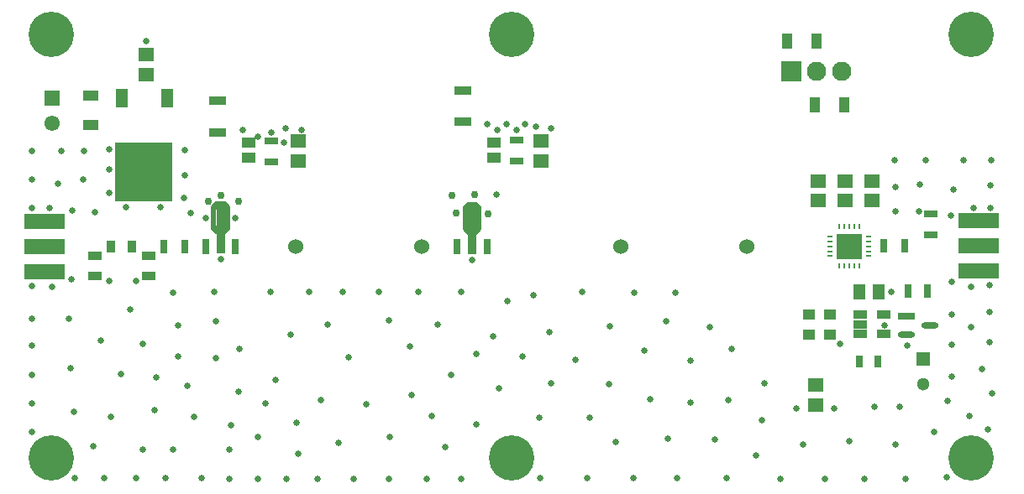
<source format=gts>
%FSLAX33Y33*%
%MOMM*%
%AMRect-W1050000-H1600000-RO1.500*
21,1,1.05,1.6,0.,0.,90*%
%AMRect-W4059999-H1520000-RO1.000*
21,1,4.059999,1.52,0.,0.,180*%
%AMRect-W891421-H1741421-RO0.500*
21,1,0.891421,1.741421,0.,0.,270*%
%AMRect-W800000-H1320710-RO0.500*
21,1,0.8,1.32071,0.,0.,270*%
%AMRect-W711200-H711200-RO0.250*
21,1,0.7112,0.7112,0.,0.,315*%
%AMRect-W1300000-H1300000-RO0.500*
21,1,1.3,1.3,0.,0.,270*%
%AMRect-W900000-H1200000-RO1.000*
21,1,0.9,1.2,0.,0.,180*%
%AMRect-W1300000-H1600000-RO0.500*
21,1,1.3,1.6,0.,0.,270*%
%AMRect-W1300000-H1600000-RO1.500*
21,1,1.3,1.6,0.,0.,90*%
%AMRect-W670710-H1320710-RO1.000*
21,1,0.67071,1.32071,0.,0.,180*%
%AMRect-W950000-H1350000-RO0.500*
21,1,0.95,1.35,0.,0.,270*%
%AMRect-W670710-H1320710-RO0.500*
21,1,0.67071,1.32071,0.,0.,270*%
%AMRect-W1050000-H1600000-RO1.000*
21,1,1.05,1.6,0.,0.,180*%
%AMRR-H240710-W520710-R120355-RO0.000*
21,1,0.28,0.24071,0.,0.,360*
1,1,0.24071,-0.14,0.*
1,1,0.24071,0.14,0.*
1,1,0.24071,0.14,-0.*
1,1,0.24071,-0.14,0.*%
%AMRR-H520710-W240710-R120355-RO0.000*
21,1,0.24071,0.28,0.,0.,360*
1,1,0.24071,0.,0.14*
1,1,0.24071,0.,0.14*
1,1,0.24071,0.,-0.14*
1,1,0.24071,-0.,-0.14*%
%AMRect-W670710-H1320710-RO1.500*
21,1,0.67071,1.32071,0.,0.,90*%
%AMRect-W5703199-H5903199-RO1.000*
21,1,5.703199,5.903199,0.,0.,180*%
%AMRect-W1203201-H1803199-RO1.000*
21,1,1.203201,1.803199,0.,0.,180*%
%AMRect-W1000000-H1250000-RO1.500*
21,1,1.,1.25,0.,0.,90*%
%AMRect-W853201-H1303200-RO1.500*
21,1,0.853201,1.3032,0.,0.,90*%
%AMRect-W1950000-H1950000-RO0.500*
21,1,1.95,1.95,0.,0.,270*%
%AMRect-W700000-H1300000-RO1.000*
21,1,0.7,1.3,0.,0.,180*%
%AMRR-H637228-W1771339-R318614-RO0.000*
21,1,1.134111,0.637228,0.,0.,360*
1,1,0.637228,-0.5670555,0.*
1,1,0.637228,0.5670555,0.*
1,1,0.637228,0.5670555,-0.*
1,1,0.637228,-0.5670555,0.*%
%ADD10C,0.635*%
%ADD11C,4.572*%
%ADD12C,0.762*%
%ADD13Rect-W1050000-H1600000-RO1.500*%
%ADD14Rect-W4059999-H1520000-RO1.000*%
%ADD15R,1.55X1.55*%
%ADD16C,1.55*%
%ADD17Rect-W891421-H1741421-RO0.500*%
%ADD18Rect-W800000-H1320710-RO0.500*%
%ADD19R,0.508X2.4384*%
%ADD20R,0.914399X5.334*%
%ADD21R,0.7112X1.4986*%
%ADD22Rect-W711200-H711200-RO0.250*%
%ADD23C,1.3*%
%ADD24Rect-W1300000-H1300000-RO0.500*%
%ADD25Rect-W900000-H1200000-RO1.000*%
%ADD26Rect-W1300000-H1600000-RO0.500*%
%ADD27Rect-W1300000-H1600000-RO1.500*%
%ADD28Rect-W670710-H1320710-RO1.000*%
%ADD29Rect-W950000-H1350000-RO0.500*%
%ADD30Rect-W670710-H1320710-RO0.500*%
%ADD31C,1.524*%
%ADD32Rect-W1050000-H1600000-RO1.000*%
%ADD33R,1.3X1.6*%
%ADD34R,0.52071X0.24071*%
%ADD35R,2.5X2.5*%
%ADD36RR-H240710-W520710-R120355-RO0.000*%
%ADD37RR-H520710-W240710-R120355-RO0.000*%
%ADD38R,1.05X1.6*%
%ADD39Rect-W670710-H1320710-RO1.500*%
%ADD40Rect-W5703199-H5903199-RO1.000*%
%ADD41Rect-W1203201-H1803199-RO1.000*%
%ADD42Rect-W1000000-H1250000-RO1.500*%
%ADD43Rect-W853201-H1303200-RO1.500*%
%ADD44R,0.7X1.3*%
%ADD45R,4.059999X1.52*%
%ADD46C,1.95*%
%ADD47Rect-W1950000-H1950000-RO0.500*%
%ADD48Rect-W700000-H1300000-RO1.000*%
%ADD49R,1.771339X0.637228*%
%ADD50RR-H637228-W1771339-R318614-RO0.000*%
D10*
%LNtop solder mask_traces*%
G01*
X82660Y24130D03*
X69475Y16325D03*
X19750Y16925D03*
X4950Y17125D03*
X6450Y34100D03*
X88650Y8250D03*
X19750Y13125D03*
X47065Y36802D03*
D11*
X3125Y3125D03*
D10*
X93400Y1150D03*
X83910Y24760D03*
X42050Y16550D03*
X8975Y34200D03*
X8125Y14950D03*
X93850Y27550D03*
X17550Y7275D03*
X66075Y19725D03*
X9150Y7200D03*
X52350Y7150D03*
X14143Y28375D03*
X16575Y34150D03*
X14650Y1050D03*
X46000Y13600D03*
X78925Y4400D03*
X18713Y27333D03*
X82675Y14600D03*
X33125Y13250D03*
X22000Y9800D03*
X15450Y3950D03*
X24750Y8600D03*
X96925Y12050D03*
X12325Y3950D03*
D12*
X20257Y29600D03*
D10*
X18250Y1050D03*
D11*
X49500Y45875D03*
D10*
X84510Y23530D03*
X85075Y1000D03*
X44475Y0950D03*
X1200Y5675D03*
X97525Y5950D03*
X1175Y28325D03*
X43450Y11475D03*
X25750Y10950D03*
X83260Y23530D03*
X93475Y8850D03*
X12675Y45200D03*
X60050Y4675D03*
X51725Y19475D03*
X5250Y28075D03*
D12*
X45800Y29650D03*
D10*
X2925Y28325D03*
X1200Y8625D03*
X40125Y19875D03*
X26775Y36325D03*
X1200Y11425D03*
X87775Y19825D03*
X97750Y30600D03*
D11*
X95875Y3125D03*
D10*
X83525Y4750D03*
X74125Y3325D03*
X20257Y23150D03*
X71675Y14075D03*
X61800Y1075D03*
X93925Y11275D03*
X19525Y19850D03*
X57150Y1075D03*
X39325Y14350D03*
X10150Y11550D03*
X83910Y25360D03*
X21250Y6350D03*
X82660Y24760D03*
X89275Y1000D03*
X10650Y28375D03*
X40950Y0950D03*
X32075Y4650D03*
X90575Y27975D03*
X4150Y34100D03*
X62925Y13950D03*
X47675Y15400D03*
X97875Y33100D03*
X87100Y16475D03*
X91275Y33150D03*
X97725Y17800D03*
X97725Y14800D03*
X49000Y36802D03*
X63475Y9050D03*
D12*
X47175Y27725D03*
D11*
X49500Y3125D03*
D10*
X83910Y23530D03*
X82050Y8075D03*
X75000Y10600D03*
X21710Y27333D03*
X71400Y8950D03*
X3775Y30800D03*
X16575Y31650D03*
X32525Y19875D03*
X16475Y29300D03*
X70000Y4950D03*
X29150Y19875D03*
X90650Y30725D03*
X11675Y20950D03*
X13725Y11250D03*
X82660Y23530D03*
X67550Y12875D03*
X95650Y7350D03*
X59350Y10525D03*
X36125Y19875D03*
X84510Y24130D03*
X11075Y18075D03*
X41450Y7350D03*
X8450Y1050D03*
X67550Y8650D03*
X26550Y34950D03*
X25250Y19875D03*
X65250Y5050D03*
X78200Y8075D03*
X34850Y8475D03*
X11650Y1050D03*
X48025Y29650D03*
X30950Y16525D03*
X88100Y33150D03*
X83300Y24760D03*
D12*
X43500Y29550D03*
D10*
X1200Y17125D03*
X1225Y31225D03*
X83910Y24130D03*
X88250Y4400D03*
X93925Y17600D03*
X49125Y18950D03*
X22450Y36200D03*
X15375Y19750D03*
X93925Y14550D03*
X16875Y10400D03*
X5050Y12125D03*
D11*
X95875Y45875D03*
D10*
X23925Y35529D03*
X61875Y19725D03*
X71200Y1075D03*
D12*
X43950Y27825D03*
D10*
X26875Y0950D03*
X13525Y7950D03*
X5525Y1050D03*
X45950Y6475D03*
X27875Y6675D03*
X53525Y10650D03*
X97750Y28300D03*
X21075Y3950D03*
X95050Y33100D03*
X52400Y1075D03*
X37150Y17000D03*
D11*
X3125Y45875D03*
D10*
X44407Y19875D03*
X84510Y25360D03*
X94025Y30150D03*
X37250Y5200D03*
X74750Y6925D03*
X8975Y32250D03*
X22125Y14075D03*
X66250Y1075D03*
X7350Y4275D03*
X76600Y1000D03*
X12375Y14575D03*
D12*
X21986Y28950D03*
D10*
X83260Y24130D03*
X42875Y4150D03*
X1225Y34100D03*
X15900Y13325D03*
X93925Y20850D03*
X1200Y20450D03*
X21075Y0950D03*
X96075Y28300D03*
X57400Y7150D03*
X83260Y25360D03*
X97950Y9600D03*
X8975Y29850D03*
X3250Y20350D03*
X1200Y14425D03*
X5400Y7750D03*
X53525Y36375D03*
X25275Y35975D03*
X6350Y31225D03*
X48275Y10150D03*
X17225Y27775D03*
X59475Y16350D03*
X89425Y14400D03*
X92125Y5675D03*
X50650Y13350D03*
X56000Y13000D03*
X50050Y36150D03*
X82660Y25360D03*
X88250Y27975D03*
X97725Y20550D03*
X50925Y36802D03*
X29950Y0950D03*
X95875Y20325D03*
X81150Y1000D03*
X52000Y36500D03*
X95875Y16275D03*
X48100Y36150D03*
X28325Y36225D03*
X45550Y23075D03*
X24000Y5200D03*
X33650Y0950D03*
X56675Y19875D03*
X5175Y21090D03*
D12*
X18950Y28950D03*
D10*
X8950Y20950D03*
X28000Y3475D03*
X27275Y15525D03*
X30275Y8925D03*
X7540Y27850D03*
X65125Y16875D03*
X39475Y9475D03*
X37150Y0950D03*
X86100Y8250D03*
X24000Y0950D03*
X53325Y15800D03*
X88250Y30390D03*
X15900Y16450D03*
X84510Y24760D03*
%LNtop solder mask component c352371e4a78303f*%
D13*
X7150Y36690D03*
X7150Y39640D03*
%LNtop solder mask component aeb48a4b1f8da947*%
D14*
X96570Y27040D03*
X96570Y21960D03*
X96570Y24500D03*
%LNtop solder mask component 31ef27b915e3d59f*%
D15*
X3175Y39390D03*
D16*
X3175Y36850D03*
%LNtop solder mask component d600ad72b416c561*%
D17*
X19900Y39114D03*
X19900Y35964D03*
%LNtop solder mask component d3c6387d7cf5135a*%
D18*
X7540Y23450D03*
X7540Y21450D03*
%LNtop solder mask component e9cbb1ce44a936f0*%
D19*
X20922Y27333D03*
X19500Y27333D03*
D20*
X20211Y26368D03*
D21*
X21710Y24450D03*
X18713Y24450D03*
D22*
X20668Y26114D03*
X19754Y26114D03*
X20668Y28552D03*
X19754Y28552D03*
%LNtop solder mask component 09ec8a2f37f188ab*%
D19*
X46261Y27283D03*
X44839Y27283D03*
D20*
X45550Y26318D03*
D21*
X47049Y24400D03*
X44051Y24400D03*
D22*
X46007Y26064D03*
X45093Y26064D03*
X46007Y28502D03*
X45093Y28502D03*
%LNtop solder mask component 71e9bb1bca40385d*%
D23*
X91050Y10555D03*
D24*
X91050Y13095D03*
%LNtop solder mask component 4d83de1512c22b92*%
D25*
X11225Y24450D03*
X9125Y24450D03*
%LNtop solder mask component e594bfb2108b30d0*%
D26*
X28000Y35062D03*
X28000Y33062D03*
%LNtop solder mask component fdde582b819cd8d9*%
D27*
X83110Y29040D03*
X83110Y31040D03*
%LNtop solder mask component 01d582d326ec605b*%
D28*
X89175Y24490D03*
X87075Y24490D03*
%LNtop solder mask component a408342c7ac72b8e*%
D29*
X23050Y34887D03*
X23050Y33387D03*
%LNtop solder mask component 3dae972a3f1e679e*%
D27*
X12675Y41800D03*
X12675Y43800D03*
%LNtop solder mask component 8bfdcfdcbd2adafb*%
D30*
X50050Y35185D03*
X50050Y33085D03*
%LNtop solder mask component 19e1a0fca253e45a*%
D27*
X85810Y29040D03*
X85810Y31040D03*
%LNtop solder mask component f3573f80bae85b1c*%
D29*
X47725Y34885D03*
X47725Y33385D03*
%LNtop solder mask component 08561076ccd842c1*%
D18*
X12950Y23450D03*
X12950Y21450D03*
%LNtop solder mask component 8224104cf6598585*%
D30*
X25275Y35062D03*
X25275Y32962D03*
%LNtop solder mask component e4f571294357a45e*%
D31*
X27800Y24400D03*
X40500Y24400D03*
%LNtop solder mask component 2f99703f0193b658*%
D32*
X80275Y45125D03*
X77325Y45125D03*
%LNtop solder mask component 0a39ebfe723b63b2*%
D31*
X60575Y24425D03*
X73275Y24425D03*
%LNtop solder mask component 6d85c627eee7c2ea*%
D26*
X80200Y10450D03*
X80200Y8450D03*
%LNtop solder mask component 76a276a0f06b50dd*%
D33*
X84560Y19825D03*
X86560Y19825D03*
%LNtop solder mask component fb13be85d48014ff*%
D34*
X81600Y25450D03*
D35*
X83575Y24450D03*
D36*
X81600Y24950D03*
X81600Y24450D03*
X81600Y23950D03*
X81600Y23450D03*
X85550Y23450D03*
X85550Y23950D03*
X85550Y24450D03*
X85550Y24950D03*
X85550Y25450D03*
D37*
X82575Y22475D03*
X83075Y22475D03*
X83575Y22475D03*
X84075Y22475D03*
X84575Y22475D03*
X84575Y26425D03*
X84075Y26425D03*
X83575Y26425D03*
X83075Y26425D03*
X82575Y26425D03*
%LNtop solder mask component a1e8fb290b8eb6fe*%
D38*
X80100Y38750D03*
X83050Y38750D03*
%LNtop solder mask component cae1136e676ce164*%
D39*
X91735Y25595D03*
X91735Y27695D03*
%LNtop solder mask component b021b47e5c9b40d3*%
D17*
X44650Y40194D03*
X44650Y37044D03*
%LNtop solder mask component 70a3b04ffb43faca*%
D27*
X80400Y29040D03*
X80400Y31040D03*
%LNtop solder mask component 591a2af3fa307e1a*%
D40*
X12463Y31977D03*
D41*
X10213Y39377D03*
X14783Y39377D03*
%LNtop solder mask component 19ccbc794673eff7*%
D42*
X79475Y15525D03*
X79475Y17525D03*
%LNtop solder mask component 999027b6d5737ba9*%
D26*
X52525Y35085D03*
X52525Y33085D03*
%LNtop solder mask component 03b293a0feb5f9bf*%
D42*
X81625Y15525D03*
X81625Y17525D03*
%LNtop solder mask component 1fd199a2c64ec8cf*%
D43*
X87027Y17527D03*
X87027Y15627D03*
X84627Y15627D03*
X84627Y16577D03*
X84627Y17527D03*
%LNtop solder mask component 3c80428743dcbac9*%
D28*
X16578Y24450D03*
X14478Y24450D03*
%LNtop solder mask component 747a6f21bc2acc76*%
D44*
X84550Y12800D03*
X86450Y12800D03*
%LNtop solder mask component 2e5a51aab9dd6953*%
D45*
X2455Y21850D03*
X2455Y26930D03*
X2455Y24390D03*
%LNtop solder mask component 30800a0eeb3590a6*%
D46*
X80275Y42075D03*
X82815Y42075D03*
D47*
X77735Y42075D03*
%LNtop solder mask component ef1c58f661e6cfba*%
D48*
X91425Y19975D03*
X89525Y19975D03*
%LNtop solder mask component 56334b3d3b6f7dd6*%
D49*
X89349Y17425D03*
D50*
X89349Y15525D03*
X91701Y16475D03*
M02*
</source>
